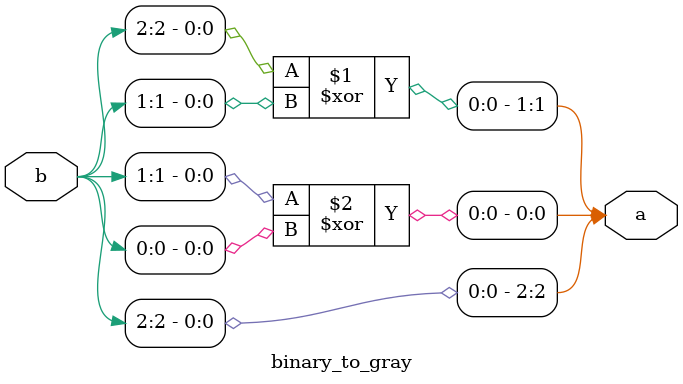
<source format=v>
module binary_to_gray(output [2:0]a,input [2:0]b);
  
  assign a[2] = b[2];
  assign a[1] = b[2]^b[1];
  assign a[0] = b[1]^b[0];
  
endmodule

</source>
